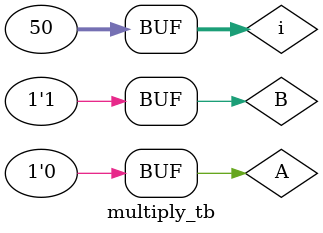
<source format=sv>
module multiply(A,B,C);
    input logic A;    // âõîäíîé ñèãíàë A
    input logic B;    // âõîäíîé ñèãíàë B
    output logic C;   // âûõîäíîé ñèãíàë C

    always_comb begin
        C = A & B;
    end
endmodule

module multiply_tb ();
logic A,B,C;
multiply dut(A,B,C);
integer i;
initial begin

	for (i=0; i<50; i++) begin
	{A,B} = i%4; #10;
	end
	end
endmodule

</source>
